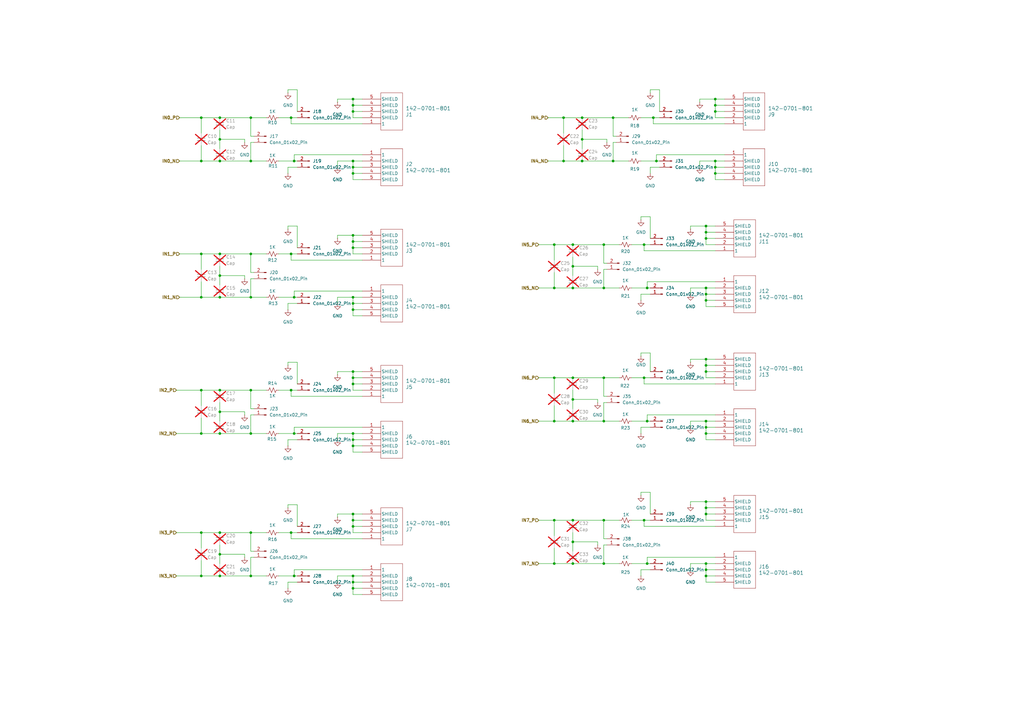
<source format=kicad_sch>
(kicad_sch (version 20250114) (generator "eeschema") (generator_version "9.0")
  (paper "A3")
  (junction (at 238.76 48.26))
  (junction (at 227.33 118.11))
  (junction (at 119.38 218.44))
  (junction (at 289.56 123.19))
  (junction (at 90.17 66.04))
  (junction (at 144.78 45.72))
  (junction (at 289.56 233.68))
  (junction (at 144.78 241.3))
  (junction (at 289.56 177.8))
  (junction (at 293.37 71.12))
  (junction (at 144.78 68.58))
  (junction (at 234.95 118.11))
  (junction (at 289.56 92.71))
  (junction (at 144.78 215.9))
  (junction (at 90.17 113.03))
  (junction (at 234.95 213.36))
  (junction (at 289.56 95.25))
  (junction (at 144.78 213.36))
  (junction (at 90.17 57.15))
  (junction (at 264.16 154.94))
  (junction (at 289.56 152.4))
  (junction (at 102.87 48.26))
  (junction (at 102.87 121.92))
  (junction (at 289.56 210.82))
  (junction (at 102.87 160.02))
  (junction (at 269.24 66.04))
  (junction (at 144.78 40.64))
  (junction (at 234.95 172.72))
  (junction (at 144.78 157.48))
  (junction (at 90.17 218.44))
  (junction (at 289.56 231.14))
  (junction (at 289.56 97.79))
  (junction (at 227.33 231.14))
  (junction (at 231.14 66.04))
  (junction (at 289.56 205.74))
  (junction (at 144.78 180.34))
  (junction (at 90.17 48.26))
  (junction (at 289.56 118.11))
  (junction (at 144.78 127))
  (junction (at 227.33 100.33))
  (junction (at 102.87 177.8))
  (junction (at 234.95 109.22))
  (junction (at 144.78 236.22))
  (junction (at 247.65 231.14))
  (junction (at 102.87 236.22))
  (junction (at 293.37 66.04))
  (junction (at 144.78 99.06))
  (junction (at 144.78 177.8))
  (junction (at 247.65 100.33))
  (junction (at 293.37 45.72))
  (junction (at 267.97 48.26))
  (junction (at 90.17 227.33))
  (junction (at 234.95 222.25))
  (junction (at 144.78 43.18))
  (junction (at 144.78 154.94))
  (junction (at 144.78 238.76))
  (junction (at 119.38 104.14))
  (junction (at 144.78 71.12))
  (junction (at 264.16 213.36))
  (junction (at 82.55 121.92))
  (junction (at 234.95 154.94))
  (junction (at 82.55 218.44))
  (junction (at 144.78 210.82))
  (junction (at 82.55 66.04))
  (junction (at 231.14 48.26))
  (junction (at 234.95 100.33))
  (junction (at 265.43 118.11))
  (junction (at 293.37 68.58))
  (junction (at 289.56 175.26))
  (junction (at 289.56 149.86))
  (junction (at 289.56 208.28))
  (junction (at 102.87 104.14))
  (junction (at 238.76 57.15))
  (junction (at 227.33 154.94))
  (junction (at 119.38 48.26))
  (junction (at 102.87 218.44))
  (junction (at 264.16 100.33))
  (junction (at 102.87 66.04))
  (junction (at 238.76 66.04))
  (junction (at 227.33 172.72))
  (junction (at 247.65 213.36))
  (junction (at 120.65 236.22))
  (junction (at 90.17 168.91))
  (junction (at 293.37 43.18))
  (junction (at 251.46 66.04))
  (junction (at 82.55 160.02))
  (junction (at 90.17 236.22))
  (junction (at 289.56 147.32))
  (junction (at 144.78 182.88))
  (junction (at 82.55 236.22))
  (junction (at 265.43 231.14))
  (junction (at 144.78 96.52))
  (junction (at 82.55 177.8))
  (junction (at 247.65 118.11))
  (junction (at 265.43 172.72))
  (junction (at 120.65 121.92))
  (junction (at 251.46 48.26))
  (junction (at 120.65 177.8))
  (junction (at 289.56 172.72))
  (junction (at 247.65 154.94))
  (junction (at 119.38 160.02))
  (junction (at 247.65 172.72))
  (junction (at 293.37 40.64))
  (junction (at 144.78 66.04))
  (junction (at 90.17 177.8))
  (junction (at 120.65 66.04))
  (junction (at 289.56 120.65))
  (junction (at 90.17 121.92))
  (junction (at 90.17 160.02))
  (junction (at 227.33 213.36))
  (junction (at 90.17 104.14))
  (junction (at 289.56 236.22))
  (junction (at 82.55 104.14))
  (junction (at 144.78 121.92))
  (junction (at 234.95 163.83))
  (junction (at 144.78 101.6))
  (junction (at 144.78 124.46))
  (junction (at 144.78 152.4))
  (junction (at 82.55 48.26))
  (junction (at 234.95 231.14))
  (wire (pts (xy 259.08 118.11) (xy 265.43 118.11)))
  (wire (pts (xy 220.98 231.14) (xy 227.33 231.14)))
  (wire (pts (xy 248.92 165.1) (xy 247.65 165.1)))
  (wire (pts (xy 102.87 236.22) (xy 109.22 236.22)))
  (wire (pts (xy 293.37 228.6) (xy 265.43 228.6)))
  (wire (pts (xy 119.38 220.98) (xy 148.59 220.98)))
  (wire (pts (xy 231.14 48.26) (xy 231.14 54.61)))
  (wire (pts (xy 121.92 148.59) (xy 118.11 148.59)))
  (wire (pts (xy 283.21 231.14) (xy 283.21 233.68)))
  (wire (pts (xy 144.78 213.36) (xy 148.59 213.36)))
  (wire (pts (xy 120.65 233.68) (xy 120.65 236.22)))
  (wire (pts (xy 148.59 175.26) (xy 120.65 175.26)))
  (wire (pts (xy 283.21 118.11) (xy 283.21 120.65)))
  (wire (pts (xy 262.89 175.26) (xy 262.89 177.8)))
  (wire (pts (xy 148.59 104.14) (xy 144.78 104.14)))
  (wire (pts (xy 252.73 55.88) (xy 251.46 55.88)))
  (wire (pts (xy 144.78 238.76) (xy 144.78 241.3)))
  (wire (pts (xy 234.95 109.22) (xy 234.95 113.03)))
  (wire (pts (xy 227.33 100.33) (xy 227.33 106.68)))
  (wire (pts (xy 234.95 105.41) (xy 234.95 109.22)))
  (wire (pts (xy 270.51 45.72) (xy 270.51 36.83)))
  (wire (pts (xy 283.21 172.72) (xy 283.21 175.26)))
  (wire (pts (xy 144.78 177.8) (xy 144.78 180.34)))
  (wire (pts (xy 245.11 109.22) (xy 245.11 110.49)))
  (wire (pts (xy 293.37 66.04) (xy 287.02 66.04)))
  (wire (pts (xy 90.17 227.33) (xy 100.33 227.33)))
  (wire (pts (xy 234.95 109.22) (xy 245.11 109.22)))
  (wire (pts (xy 104.14 55.88) (xy 102.87 55.88)))
  (wire (pts (xy 289.56 233.68) (xy 289.56 236.22)))
  (wire (pts (xy 266.7 175.26) (xy 262.89 175.26)))
  (wire (pts (xy 144.78 43.18) (xy 148.59 43.18)))
  (wire (pts (xy 90.17 66.04) (xy 102.87 66.04)))
  (wire (pts (xy 144.78 68.58) (xy 148.59 68.58)))
  (wire (pts (xy 100.33 168.91) (xy 100.33 170.18)))
  (wire (pts (xy 102.87 167.64) (xy 102.87 160.02)))
  (wire (pts (xy 262.89 66.04) (xy 269.24 66.04)))
  (wire (pts (xy 269.24 66.04) (xy 270.51 66.04)))
  (wire (pts (xy 234.95 154.94) (xy 247.65 154.94)))
  (wire (pts (xy 102.87 170.18) (xy 102.87 177.8)))
  (wire (pts (xy 289.56 236.22) (xy 289.56 238.76)))
  (wire (pts (xy 144.78 215.9) (xy 144.78 213.36)))
  (wire (pts (xy 264.16 157.48) (xy 264.16 154.94)))
  (wire (pts (xy 287.02 41.91) (xy 287.02 40.64)))
  (wire (pts (xy 90.17 218.44) (xy 102.87 218.44)))
  (wire (pts (xy 104.14 111.76) (xy 102.87 111.76)))
  (wire (pts (xy 220.98 100.33) (xy 227.33 100.33)))
  (wire (pts (xy 102.87 177.8) (xy 109.22 177.8)))
  (wire (pts (xy 82.55 236.22) (xy 90.17 236.22)))
  (wire (pts (xy 82.55 66.04) (xy 90.17 66.04)))
  (wire (pts (xy 289.56 172.72) (xy 289.56 175.26)))
  (wire (pts (xy 293.37 68.58) (xy 293.37 71.12)))
  (wire (pts (xy 138.43 210.82) (xy 144.78 210.82)))
  (wire (pts (xy 297.18 48.26) (xy 293.37 48.26)))
  (wire (pts (xy 119.38 48.26) (xy 121.92 48.26)))
  (wire (pts (xy 247.65 223.52) (xy 247.65 231.14)))
  (wire (pts (xy 247.65 172.72) (xy 254 172.72)))
  (wire (pts (xy 118.11 180.34) (xy 118.11 182.88)))
  (wire (pts (xy 234.95 163.83) (xy 234.95 167.64)))
  (wire (pts (xy 289.56 97.79) (xy 293.37 97.79)))
  (wire (pts (xy 289.56 120.65) (xy 293.37 120.65)))
  (wire (pts (xy 270.51 68.58) (xy 266.7 68.58)))
  (wire (pts (xy 293.37 45.72) (xy 293.37 43.18)))
  (wire (pts (xy 220.98 154.94) (xy 227.33 154.94)))
  (wire (pts (xy 264.16 100.33) (xy 266.7 100.33)))
  (wire (pts (xy 248.92 223.52) (xy 247.65 223.52)))
  (wire (pts (xy 121.92 92.71) (xy 118.11 92.71)))
  (wire (pts (xy 248.92 110.49) (xy 247.65 110.49)))
  (wire (pts (xy 148.59 119.38) (xy 120.65 119.38)))
  (wire (pts (xy 265.43 231.14) (xy 266.7 231.14)))
  (wire (pts (xy 293.37 43.18) (xy 293.37 40.64)))
  (wire (pts (xy 289.56 180.34) (xy 293.37 180.34)))
  (wire (pts (xy 82.55 160.02) (xy 82.55 166.37)))
  (wire (pts (xy 148.59 233.68) (xy 120.65 233.68)))
  (wire (pts (xy 247.65 118.11) (xy 254 118.11)))
  (wire (pts (xy 90.17 177.8) (xy 102.87 177.8)))
  (wire (pts (xy 259.08 154.94) (xy 264.16 154.94)))
  (wire (pts (xy 114.3 66.04) (xy 120.65 66.04)))
  (wire (pts (xy 144.78 124.46) (xy 148.59 124.46)))
  (wire (pts (xy 264.16 102.87) (xy 264.16 100.33)))
  (wire (pts (xy 227.33 111.76) (xy 227.33 118.11)))
  (wire (pts (xy 102.87 58.42) (xy 102.87 66.04)))
  (wire (pts (xy 144.78 71.12) (xy 148.59 71.12)))
  (wire (pts (xy 114.3 236.22) (xy 120.65 236.22)))
  (wire (pts (xy 289.56 177.8) (xy 293.37 177.8)))
  (wire (pts (xy 120.65 236.22) (xy 121.92 236.22)))
  (wire (pts (xy 144.78 129.54) (xy 148.59 129.54)))
  (wire (pts (xy 102.87 121.92) (xy 109.22 121.92)))
  (wire (pts (xy 266.7 68.58) (xy 266.7 71.12)))
  (wire (pts (xy 114.3 218.44) (xy 119.38 218.44)))
  (wire (pts (xy 289.56 236.22) (xy 293.37 236.22)))
  (wire (pts (xy 289.56 123.19) (xy 293.37 123.19)))
  (wire (pts (xy 144.78 121.92) (xy 144.78 124.46)))
  (wire (pts (xy 90.17 113.03) (xy 100.33 113.03)))
  (wire (pts (xy 102.87 114.3) (xy 102.87 121.92)))
  (wire (pts (xy 231.14 48.26) (xy 238.76 48.26)))
  (wire (pts (xy 148.59 160.02) (xy 144.78 160.02)))
  (wire (pts (xy 251.46 48.26) (xy 257.81 48.26)))
  (wire (pts (xy 90.17 160.02) (xy 102.87 160.02)))
  (wire (pts (xy 289.56 175.26) (xy 289.56 177.8)))
  (wire (pts (xy 293.37 118.11) (xy 289.56 118.11)))
  (wire (pts (xy 293.37 154.94) (xy 289.56 154.94)))
  (wire (pts (xy 138.43 41.91) (xy 138.43 40.64)))
  (wire (pts (xy 90.17 57.15) (xy 90.17 60.96)))
  (wire (pts (xy 245.11 163.83) (xy 245.11 165.1)))
  (wire (pts (xy 289.56 210.82) (xy 289.56 208.28)))
  (wire (pts (xy 90.17 57.15) (xy 100.33 57.15)))
  (wire (pts (xy 118.11 148.59) (xy 118.11 149.86)))
  (wire (pts (xy 120.65 177.8) (xy 121.92 177.8)))
  (wire (pts (xy 266.7 36.83) (xy 266.7 38.1)))
  (wire (pts (xy 293.37 170.18) (xy 265.43 170.18)))
  (wire (pts (xy 118.11 238.76) (xy 118.11 241.3)))
  (wire (pts (xy 248.92 220.98) (xy 247.65 220.98)))
  (wire (pts (xy 120.65 175.26) (xy 120.65 177.8)))
  (wire (pts (xy 119.38 162.56) (xy 119.38 160.02)))
  (wire (pts (xy 82.55 115.57) (xy 82.55 121.92)))
  (wire (pts (xy 144.78 182.88) (xy 144.78 185.42)))
  (wire (pts (xy 227.33 224.79) (xy 227.33 231.14)))
  (wire (pts (xy 289.56 172.72) (xy 283.21 172.72)))
  (wire (pts (xy 289.56 95.25) (xy 289.56 92.71)))
  (wire (pts (xy 144.78 45.72) (xy 144.78 43.18)))
  (wire (pts (xy 264.16 215.9) (xy 293.37 215.9)))
  (wire (pts (xy 82.55 48.26) (xy 82.55 54.61)))
  (wire (pts (xy 144.78 157.48) (xy 144.78 154.94)))
  (wire (pts (xy 144.78 121.92) (xy 138.43 121.92)))
  (wire (pts (xy 90.17 113.03) (xy 90.17 116.84)))
  (wire (pts (xy 262.89 144.78) (xy 262.89 146.05)))
  (wire (pts (xy 238.76 48.26) (xy 251.46 48.26)))
  (wire (pts (xy 269.24 63.5) (xy 269.24 66.04)))
  (wire (pts (xy 144.78 45.72) (xy 148.59 45.72)))
  (wire (pts (xy 104.14 58.42) (xy 102.87 58.42)))
  (wire (pts (xy 119.38 106.68) (xy 148.59 106.68)))
  (wire (pts (xy 245.11 222.25) (xy 245.11 223.52)))
  (wire (pts (xy 144.78 182.88) (xy 148.59 182.88)))
  (wire (pts (xy 227.33 213.36) (xy 234.95 213.36)))
  (wire (pts (xy 82.55 104.14) (xy 82.55 110.49)))
  (wire (pts (xy 234.95 222.25) (xy 245.11 222.25)))
  (wire (pts (xy 144.78 104.14) (xy 144.78 101.6)))
  (wire (pts (xy 144.78 127) (xy 148.59 127)))
  (wire (pts (xy 259.08 213.36) (xy 264.16 213.36)))
  (wire (pts (xy 247.65 165.1) (xy 247.65 172.72)))
  (wire (pts (xy 119.38 162.56) (xy 148.59 162.56)))
  (wire (pts (xy 289.56 147.32) (xy 293.37 147.32)))
  (wire (pts (xy 264.16 213.36) (xy 266.7 213.36)))
  (wire (pts (xy 234.95 213.36) (xy 247.65 213.36)))
  (wire (pts (xy 289.56 175.26) (xy 293.37 175.26)))
  (wire (pts (xy 144.78 241.3) (xy 148.59 241.3)))
  (wire (pts (xy 227.33 118.11) (xy 234.95 118.11)))
  (wire (pts (xy 90.17 104.14) (xy 102.87 104.14)))
  (wire (pts (xy 138.43 236.22) (xy 138.43 238.76)))
  (wire (pts (xy 234.95 118.11) (xy 247.65 118.11)))
  (wire (pts (xy 289.56 149.86) (xy 293.37 149.86)))
  (wire (pts (xy 289.56 154.94) (xy 289.56 152.4)))
  (wire (pts (xy 289.56 238.76) (xy 293.37 238.76)))
  (wire (pts (xy 102.87 226.06) (xy 102.87 218.44)))
  (wire (pts (xy 234.95 172.72) (xy 247.65 172.72)))
  (wire (pts (xy 293.37 43.18) (xy 297.18 43.18)))
  (wire (pts (xy 82.55 48.26) (xy 90.17 48.26)))
  (wire (pts (xy 102.87 55.88) (xy 102.87 48.26)))
  (wire (pts (xy 289.56 123.19) (xy 289.56 125.73)))
  (wire (pts (xy 144.78 236.22) (xy 144.78 238.76)))
  (wire (pts (xy 102.87 48.26) (xy 109.22 48.26)))
  (wire (pts (xy 82.55 218.44) (xy 90.17 218.44)))
  (wire (pts (xy 289.56 149.86) (xy 289.56 147.32)))
  (wire (pts (xy 252.73 58.42) (xy 251.46 58.42)))
  (wire (pts (xy 121.92 36.83) (xy 118.11 36.83)))
  (wire (pts (xy 144.78 43.18) (xy 144.78 40.64)))
  (wire (pts (xy 144.78 68.58) (xy 144.78 71.12)))
  (wire (pts (xy 238.76 57.15) (xy 238.76 60.96)))
  (wire (pts (xy 267.97 50.8) (xy 297.18 50.8)))
  (wire (pts (xy 289.56 233.68) (xy 293.37 233.68)))
  (wire (pts (xy 267.97 48.26) (xy 270.51 48.26)))
  (wire (pts (xy 262.89 233.68) (xy 262.89 236.22)))
  (wire (pts (xy 247.65 213.36) (xy 254 213.36)))
  (wire (pts (xy 121.92 157.48) (xy 121.92 148.59)))
  (wire (pts (xy 119.38 106.68) (xy 119.38 104.14)))
  (wire (pts (xy 90.17 223.52) (xy 90.17 227.33)))
  (wire (pts (xy 144.78 152.4) (xy 148.59 152.4)))
  (wire (pts (xy 82.55 59.69) (xy 82.55 66.04)))
  (wire (pts (xy 234.95 163.83) (xy 245.11 163.83)))
  (wire (pts (xy 104.14 167.64) (xy 102.87 167.64)))
  (wire (pts (xy 144.78 238.76) (xy 148.59 238.76)))
  (wire (pts (xy 289.56 152.4) (xy 289.56 149.86)))
  (wire (pts (xy 289.56 125.73) (xy 293.37 125.73)))
  (wire (pts (xy 293.37 68.58) (xy 297.18 68.58)))
  (wire (pts (xy 238.76 66.04) (xy 251.46 66.04)))
  (wire (pts (xy 289.56 118.11) (xy 289.56 120.65)))
  (wire (pts (xy 262.89 120.65) (xy 262.89 123.19)))
  (wire (pts (xy 265.43 170.18) (xy 265.43 172.72)))
  (wire (pts (xy 114.3 104.14) (xy 119.38 104.14)))
  (wire (pts (xy 104.14 226.06) (xy 102.87 226.06)))
  (wire (pts (xy 120.65 63.5) (xy 120.65 66.04)))
  (wire (pts (xy 119.38 218.44) (xy 121.92 218.44)))
  (wire (pts (xy 118.11 207.01) (xy 118.11 208.28)))
  (wire (pts (xy 72.39 236.22) (xy 82.55 236.22)))
  (wire (pts (xy 102.87 228.6) (xy 102.87 236.22)))
  (wire (pts (xy 283.21 207.01) (xy 283.21 205.74)))
  (wire (pts (xy 102.87 218.44) (xy 109.22 218.44)))
  (wire (pts (xy 144.78 177.8) (xy 138.43 177.8)))
  (wire (pts (xy 289.56 231.14) (xy 289.56 233.68)))
  (wire (pts (xy 266.7 88.9) (xy 262.89 88.9)))
  (wire (pts (xy 82.55 229.87) (xy 82.55 236.22)))
  (wire (pts (xy 264.16 215.9) (xy 264.16 213.36)))
  (wire (pts (xy 100.33 227.33) (xy 100.33 228.6)))
  (wire (pts (xy 283.21 92.71) (xy 289.56 92.71)))
  (wire (pts (xy 82.55 177.8) (xy 90.17 177.8)))
  (wire (pts (xy 293.37 71.12) (xy 293.37 73.66)))
  (wire (pts (xy 231.14 66.04) (xy 238.76 66.04)))
  (wire (pts (xy 148.59 66.04) (xy 144.78 66.04)))
  (wire (pts (xy 293.37 100.33) (xy 289.56 100.33)))
  (wire (pts (xy 266.7 201.93) (xy 262.89 201.93)))
  (wire (pts (xy 270.51 36.83) (xy 266.7 36.83)))
  (wire (pts (xy 266.7 233.68) (xy 262.89 233.68)))
  (wire (pts (xy 138.43 96.52) (xy 144.78 96.52)))
  (wire (pts (xy 227.33 231.14) (xy 234.95 231.14)))
  (wire (pts (xy 293.37 73.66) (xy 297.18 73.66)))
  (wire (pts (xy 248.92 162.56) (xy 247.65 162.56)))
  (wire (pts (xy 289.56 100.33) (xy 289.56 97.79)))
  (wire (pts (xy 227.33 100.33) (xy 234.95 100.33)))
  (wire (pts (xy 120.65 66.04) (xy 121.92 66.04)))
  (wire (pts (xy 289.56 120.65) (xy 289.56 123.19)))
  (wire (pts (xy 144.78 66.04) (xy 144.78 68.58)))
  (wire (pts (xy 267.97 50.8) (xy 267.97 48.26)))
  (wire (pts (xy 138.43 152.4) (xy 144.78 152.4)))
  (wire (pts (xy 144.78 101.6) (xy 144.78 99.06)))
  (wire (pts (xy 90.17 236.22) (xy 102.87 236.22)))
  (wire (pts (xy 138.43 97.79) (xy 138.43 96.52)))
  (wire (pts (xy 293.37 213.36) (xy 289.56 213.36)))
  (wire (pts (xy 138.43 121.92) (xy 138.43 124.46)))
  (wire (pts (xy 90.17 109.22) (xy 90.17 113.03)))
  (wire (pts (xy 144.78 210.82) (xy 148.59 210.82)))
  (wire (pts (xy 266.7 152.4) (xy 266.7 144.78)))
  (wire (pts (xy 262.89 201.93) (xy 262.89 203.2)))
  (wire (pts (xy 138.43 66.04) (xy 138.43 68.58)))
  (wire (pts (xy 82.55 121.92) (xy 90.17 121.92)))
  (wire (pts (xy 144.78 213.36) (xy 144.78 210.82)))
  (wire (pts (xy 251.46 66.04) (xy 257.81 66.04)))
  (wire (pts (xy 82.55 160.02) (xy 90.17 160.02)))
  (wire (pts (xy 73.66 104.14) (xy 82.55 104.14)))
  (wire (pts (xy 114.3 160.02) (xy 119.38 160.02)))
  (wire (pts (xy 72.39 177.8) (xy 82.55 177.8)))
  (wire (pts (xy 118.11 92.71) (xy 118.11 93.98)))
  (wire (pts (xy 247.65 231.14) (xy 254 231.14)))
  (wire (pts (xy 234.95 222.25) (xy 234.95 226.06)))
  (wire (pts (xy 104.14 170.18) (xy 102.87 170.18)))
  (wire (pts (xy 227.33 166.37) (xy 227.33 172.72)))
  (wire (pts (xy 283.21 147.32) (xy 289.56 147.32)))
  (wire (pts (xy 293.37 231.14) (xy 289.56 231.14)))
  (wire (pts (xy 73.66 121.92) (xy 82.55 121.92)))
  (wire (pts (xy 234.95 231.14) (xy 247.65 231.14)))
  (wire (pts (xy 259.08 231.14) (xy 265.43 231.14)))
  (wire (pts (xy 297.18 66.04) (xy 293.37 66.04)))
  (wire (pts (xy 90.17 168.91) (xy 90.17 172.72)))
  (wire (pts (xy 248.92 107.95) (xy 247.65 107.95)))
  (wire (pts (xy 90.17 165.1) (xy 90.17 168.91)))
  (wire (pts (xy 231.14 59.69) (xy 231.14 66.04)))
  (wire (pts (xy 238.76 57.15) (xy 248.92 57.15)))
  (wire (pts (xy 266.7 97.79) (xy 266.7 88.9)))
  (wire (pts (xy 266.7 210.82) (xy 266.7 201.93)))
  (wire (pts (xy 289.56 208.28) (xy 289.56 205.74)))
  (wire (pts (xy 297.18 63.5) (xy 269.24 63.5)))
  (wire (pts (xy 289.56 231.14) (xy 283.21 231.14)))
  (wire (pts (xy 148.59 236.22) (xy 144.78 236.22)))
  (wire (pts (xy 289.56 95.25) (xy 293.37 95.25)))
  (wire (pts (xy 119.38 104.14) (xy 121.92 104.14)))
  (wire (pts (xy 73.66 48.26) (xy 82.55 48.26)))
  (wire (pts (xy 251.46 58.42) (xy 251.46 66.04)))
  (wire (pts (xy 144.78 180.34) (xy 144.78 182.88)))
  (wire (pts (xy 144.78 215.9) (xy 148.59 215.9)))
  (wire (pts (xy 119.38 220.98) (xy 119.38 218.44)))
  (wire (pts (xy 102.87 66.04) (xy 109.22 66.04)))
  (wire (pts (xy 144.78 101.6) (xy 148.59 101.6)))
  (wire (pts (xy 144.78 99.06) (xy 148.59 99.06)))
  (wire (pts (xy 234.95 100.33) (xy 247.65 100.33)))
  (wire (pts (xy 138.43 40.64) (xy 144.78 40.64)))
  (wire (pts (xy 121.92 68.58) (xy 118.11 68.58)))
  (wire (pts (xy 144.78 236.22) (xy 138.43 236.22)))
  (wire (pts (xy 259.08 100.33) (xy 264.16 100.33)))
  (wire (pts (xy 118.11 36.83) (xy 118.11 38.1)))
  (wire (pts (xy 289.56 177.8) (xy 289.56 180.34)))
  (wire (pts (xy 104.14 114.3) (xy 102.87 114.3)))
  (wire (pts (xy 283.21 205.74) (xy 289.56 205.74)))
  (wire (pts (xy 293.37 115.57) (xy 265.43 115.57)))
  (wire (pts (xy 262.89 48.26) (xy 267.97 48.26)))
  (wire (pts (xy 121.92 215.9) (xy 121.92 207.01)))
  (wire (pts (xy 287.02 66.04) (xy 287.02 68.58)))
  (wire (pts (xy 227.33 213.36) (xy 227.33 219.71)))
  (wire (pts (xy 144.78 154.94) (xy 148.59 154.94)))
  (wire (pts (xy 293.37 40.64) (xy 297.18 40.64)))
  (wire (pts (xy 90.17 53.34) (xy 90.17 57.15)))
  (wire (pts (xy 247.65 107.95) (xy 247.65 100.33)))
  (wire (pts (xy 220.98 118.11) (xy 227.33 118.11)))
  (wire (pts (xy 265.43 118.11) (xy 266.7 118.11)))
  (wire (pts (xy 247.65 154.94) (xy 254 154.94)))
  (wire (pts (xy 144.78 127) (xy 144.78 129.54)))
  (wire (pts (xy 144.78 243.84) (xy 148.59 243.84)))
  (wire (pts (xy 224.79 48.26) (xy 231.14 48.26)))
  (wire (pts (xy 138.43 212.09) (xy 138.43 210.82)))
  (wire (pts (xy 264.16 154.94) (xy 266.7 154.94)))
  (wire (pts (xy 102.87 104.14) (xy 109.22 104.14)))
  (wire (pts (xy 90.17 168.91) (xy 100.33 168.91)))
  (wire (pts (xy 148.59 218.44) (xy 144.78 218.44)))
  (wire (pts (xy 121.92 207.01) (xy 118.11 207.01)))
  (wire (pts (xy 248.92 57.15) (xy 248.92 58.42)))
  (wire (pts (xy 220.98 172.72) (xy 227.33 172.72)))
  (wire (pts (xy 293.37 45.72) (xy 297.18 45.72)))
  (wire (pts (xy 72.39 160.02) (xy 82.55 160.02)))
  (wire (pts (xy 144.78 160.02) (xy 144.78 157.48)))
  (wire (pts (xy 73.66 66.04) (xy 82.55 66.04)))
  (wire (pts (xy 138.43 153.67) (xy 138.43 152.4)))
  (wire (pts (xy 90.17 227.33) (xy 90.17 231.14)))
  (wire (pts (xy 121.92 124.46) (xy 118.11 124.46)))
  (wire (pts (xy 144.78 99.06) (xy 144.78 96.52)))
  (wire (pts (xy 283.21 93.98) (xy 283.21 92.71)))
  (wire (pts (xy 144.78 71.12) (xy 144.78 73.66)))
  (wire (pts (xy 265.43 172.72) (xy 266.7 172.72)))
  (wire (pts (xy 144.78 124.46) (xy 144.78 127)))
  (wire (pts (xy 138.43 177.8) (xy 138.43 180.34)))
  (wire (pts (xy 118.11 68.58) (xy 118.11 71.12)))
  (wire (pts (xy 265.43 228.6) (xy 265.43 231.14)))
  (wire (pts (xy 227.33 154.94) (xy 234.95 154.94)))
  (wire (pts (xy 287.02 40.64) (xy 293.37 40.64)))
  (wire (pts (xy 121.92 180.34) (xy 118.11 180.34)))
  (wire (pts (xy 114.3 48.26) (xy 119.38 48.26)))
  (wire (pts (xy 289.56 205.74) (xy 293.37 205.74)))
  (wire (pts (xy 114.3 121.92) (xy 120.65 121.92)))
  (wire (pts (xy 283.21 148.59) (xy 283.21 147.32)))
  (wire (pts (xy 289.56 213.36) (xy 289.56 210.82)))
  (wire (pts (xy 102.87 111.76) (xy 102.87 104.14)))
  (wire (pts (xy 289.56 152.4) (xy 293.37 152.4)))
  (wire (pts (xy 100.33 57.15) (xy 100.33 58.42)))
  (wire (pts (xy 247.65 100.33) (xy 254 100.33)))
  (wire (pts (xy 120.65 121.92) (xy 121.92 121.92)))
  (wire (pts (xy 121.92 101.6) (xy 121.92 92.71)))
  (wire (pts (xy 234.95 160.02) (xy 234.95 163.83)))
  (wire (pts (xy 90.17 48.26) (xy 102.87 48.26)))
  (wire (pts (xy 144.78 185.42) (xy 148.59 185.42)))
  (wire (pts (xy 293.37 71.12) (xy 297.18 71.12)))
  (wire (pts (xy 264.16 102.87) (xy 293.37 102.87)))
  (wire (pts (xy 121.92 238.76) (xy 118.11 238.76)))
  (wire (pts (xy 144.78 96.52) (xy 148.59 96.52)))
  (wire (pts (xy 119.38 50.8) (xy 148.59 50.8)))
  (wire (pts (xy 289.56 97.79) (xy 289.56 95.25)))
  (wire (pts (xy 227.33 172.72) (xy 234.95 172.72)))
  (wire (pts (xy 144.78 241.3) (xy 144.78 243.84)))
  (wire (pts (xy 264.16 157.48) (xy 293.37 157.48)))
  (wire (pts (xy 104.14 228.6) (xy 102.87 228.6)))
  (wire (pts (xy 262.89 88.9) (xy 262.89 90.17)))
  (wire (pts (xy 144.78 48.26) (xy 144.78 45.72)))
  (wire (pts (xy 293.37 66.04) (xy 293.37 68.58)))
  (wire (pts (xy 289.56 118.11) (xy 283.21 118.11)))
  (wire (pts (xy 144.78 40.64) (xy 148.59 40.64)))
  (wire (pts (xy 72.39 218.44) (xy 82.55 218.44)))
  (wire (pts (xy 224.79 66.04) (xy 231.14 66.04)))
  (wire (pts (xy 100.33 113.03) (xy 100.33 114.3)))
  (wire (pts (xy 148.59 121.92) (xy 144.78 121.92)))
  (wire (pts (xy 90.17 121.92) (xy 102.87 121.92)))
  (wire (pts (xy 102.87 160.02) (xy 109.22 160.02)))
  (wire (pts (xy 251.46 55.88) (xy 251.46 48.26)))
  (wire (pts (xy 247.65 220.98) (xy 247.65 213.36)))
  (wire (pts (xy 144.78 154.94) (xy 144.78 152.4)))
  (wire (pts (xy 265.43 115.57) (xy 265.43 118.11)))
  (wire (pts (xy 247.65 162.56) (xy 247.65 154.94)))
  (wire (pts (xy 82.55 104.14) (xy 90.17 104.14)))
  (wire (pts (xy 144.78 180.34) (xy 148.59 180.34)))
  (wire (pts (xy 266.7 120.65) (xy 262.89 120.65)))
  (wire (pts (xy 148.59 48.26) (xy 144.78 48.26)))
  (wire (pts (xy 114.3 177.8) (xy 120.65 177.8)))
  (wire (pts (xy 144.78 157.48) (xy 148.59 157.48)))
  (wire (pts (xy 293.37 172.72) (xy 289.56 172.72)))
  (wire (pts (xy 289.56 210.82) (xy 293.37 210.82)))
  (wire (pts (xy 293.37 48.26) (xy 293.37 45.72)))
  (wire (pts (xy 289.56 92.71) (xy 293.37 92.71)))
  (wire (pts (xy 121.92 45.72) (xy 121.92 36.83)))
  (wire (pts (xy 289.56 208.28) (xy 293.37 208.28)))
  (wire (pts (xy 259.08 172.72) (xy 265.43 172.72)))
  (wire (pts (xy 118.11 124.46) (xy 118.11 127)))
  (wire (pts (xy 266.7 144.78) (xy 262.89 144.78)))
  (wire (pts (xy 120.65 119.38) (xy 120.65 121.92)))
  (wire (pts (xy 148.59 63.5) (xy 120.65 63.5)))
  (wire (pts (xy 220.98 213.36) (xy 227.33 213.36)))
  (wire (pts (xy 144.78 66.04) (xy 138.43 66.04)))
  (wire (pts (xy 148.59 177.8) (xy 144.78 177.8)))
  (wire (pts (xy 119.38 160.02) (xy 121.92 160.02)))
  (wire (pts (xy 234.95 218.44) (xy 234.95 222.25)))
  (wire (pts (xy 144.78 73.66) (xy 148.59 73.66)))
  (wire (pts (xy 119.38 50.8) (xy 119.38 48.26)))
  (wire (pts (xy 238.76 53.34) (xy 238.76 57.15)))
  (wire (pts (xy 144.78 218.44) (xy 144.78 215.9)))
  (wire (pts (xy 82.55 218.44) (xy 82.55 224.79)))
  (wire (pts (xy 227.33 154.94) (xy 227.33 161.29)))
  (wire (pts (xy 247.65 110.49) (xy 247.65 118.11)))
  (wire (pts (xy 82.55 171.45) (xy 82.55 177.8)))
  (hierarchical_label "IN1_N" (shape input) (at 73.66 121.92 180) (effects (font (thickness 0.254) (bold yes))))
  (hierarchical_label "IN4_N" (shape input) (at 224.79 66.04 180) (effects (font (thickness 0.254) (bold yes))))
  (hierarchical_label "IN5_N" (shape input) (at 220.98 118.11 180) (effects (font (thickness 0.254) (bold yes))))
  (hierarchical_label "IN3_N" (shape input) (at 72.39 236.22 180) (effects (font (thickness 0.254) (bold yes))))
  (hierarchical_label "IN6_N" (shape input) (at 220.98 172.72 180) (effects (font (thickness 0.254) (bold yes))))
  (hierarchical_label "IN3_P" (shape input) (at 72.39 218.44 180) (effects (font (thickness 0.254) (bold yes))))
  (hierarchical_label "IN2_P" (shape input) (at 72.39 160.02 180) (effects (font (thickness 0.254) (bold yes))))
  (hierarchical_label "IN4_P" (shape input) (at 224.79 48.26 180) (effects (font (thickness 0.254) (bold yes))))
  (hierarchical_label "IN7_N" (shape input) (at 220.98 231.14 180) (effects (font (thickness 0.254) (bold yes))))
  (hierarchical_label "IN1_P" (shape input) (at 73.66 104.14 180) (effects (font (thickness 0.254) (bold yes))))
  (hierarchical_label "IN6_P" (shape input) (at 220.98 154.94 180) (effects (font (thickness 0.254) (bold yes))))
  (hierarchical_label "IN0_N" (shape input) (at 73.66 66.04 180) (effects (font (thickness 0.254) (bold yes))))
  (hierarchical_label "IN7_P" (shape input) (at 220.98 213.36 180) (effects (font (thickness 0.254) (bold yes))))
  (hierarchical_label "IN5_P" (shape input) (at 220.98 100.33 180) (effects (font (thickness 0.254) (bold yes))))
  (hierarchical_label "IN0_P" (shape input) (at 73.66 48.26 180) (effects (font (thickness 0.254) (bold yes))))
  (hierarchical_label "IN2_N" (shape input) (at 72.39 177.8 180) (effects (font (thickness 0.254) (bold yes))))
  (symbol (lib_id "power:GND") (at 248.92 58.42 0) (unit 1)
    (property "Reference" "#PWR058" (effects (hide yes)))
    (property "Value" "GND" (at 248.92 63.5 0))
    (property "Description" "Power symbol creates a global label with name \"GND\" , ground" (effects (hide yes)))
  )
  (symbol (lib_id "power:GND") (at 138.43 180.34 0) (unit 1)
    (property "Reference" "#PWR052" (effects (hide yes)))
    (property "Value" "GND" (at 138.43 185.42 0))
    (property "Description" "Power symbol creates a global label with name \"GND\" , ground" (effects (hide yes)))
  )
  (symbol (lib_id "Connector:Conn_01x02_Pin") (at 109.22 170.18 180) (unit 1)
    (property "Reference" "J23" (at 110.49 167.6399 0) (effects (justify right)))
    (property "Value" "Conn_01x02_Pin" (at 110.49 170.1799 0) (effects (justify right)))
    (property "Footprint" "Connector_PinHeader_2.54mm:PinHeader_1x02_P2.54mm_Vertical" (effects (hide yes)))
    (property "Description" "Generic connector, single row, 01x02, script generated" (effects (hide yes)))
  )
  (symbol (lib_id "Device:C_Small") (at 227.33 222.25 0) (unit 1) (dnp yes)
    (property "Reference" "C31" (at 229.87 220.9862 0) (effects (justify left)))
    (property "Value" "Cap" (at 229.87 223.5262 0) (effects (justify left)))
    (property "Footprint" "Capacitor_SMD:C_0603_1608Metric" (effects (hide yes)))
    (property "Description" "Unpolarized capacitor, small symbol" (effects (hide yes)))
  )
  (symbol (lib_id "power:GND") (at 118.11 241.3 0) (unit 1)
    (property "Reference" "#PWR055" (effects (hide yes)))
    (property "Value" "GND" (at 118.11 246.38 0))
    (property "Description" "Power symbol creates a global label with name \"GND\" , ground" (effects (hide yes)))
  )
  (symbol (lib_id "Con_SMA_1:142-0701-801") (at 148.59 162.56 0) (mirror x) (unit 1)
    (property "Reference" "J5" (at 166.37 158.7501 0) (effects (font (size 1.524 1.524)) (justify left)))
    (property "Value" "142-0701-801" (at 166.37 156.2101 0) (effects (font (size 1.524 1.524)) (justify left)))
    (property "Footprint" "Con_SMA_1:CONN_142-0701-801" (effects (hide yes)))
    (property "Datasheet" "142-0701-801" (effects (hide yes)))
  )
  (symbol (lib_id "power:GND") (at 287.02 41.91 0) (unit 1)
    (property "Reference" "#PWR061" (effects (hide yes)))
    (property "Value" "GND" (at 287.02 46.99 0))
    (property "Description" "Power symbol creates a global label with name \"GND\" , ground" (effects (hide yes)))
  )
  (symbol (lib_id "Connector:Conn_01x02_Pin") (at 127 104.14 180) (unit 1)
    (property "Reference" "J21" (at 128.27 101.5999 0) (effects (justify right)))
    (property "Value" "Conn_01x02_Pin" (at 128.27 104.1399 0) (effects (justify right)))
    (property "Footprint" "Connector_PinHeader_2.54mm:PinHeader_1x02_P2.54mm_Vertical" (effects (hide yes)))
    (property "Description" "Generic connector, single row, 01x02, script generated" (effects (hide yes)))
  )
  (symbol (lib_id "power:GND") (at 262.89 90.17 0) (unit 1)
    (property "Reference" "#PWR064" (effects (hide yes)))
    (property "Value" "GND" (at 262.89 95.25 0))
    (property "Description" "Power symbol creates a global label with name \"GND\" , ground" (effects (hide yes)))
  )
  (symbol (lib_id "Device:C_Small") (at 90.17 175.26 0) (unit 1) (dnp yes)
    (property "Reference" "C18" (at 92.71 173.9962 0) (effects (justify left)))
    (property "Value" "Cap" (at 92.71 176.5362 0) (effects (justify left)))
    (property "Footprint" "Capacitor_SMD:C_0603_1608Metric" (effects (hide yes)))
    (property "Description" "Unpolarized capacitor, small symbol" (effects (hide yes)))
  )
  (symbol (lib_id "Connector:Conn_01x02_Pin") (at 127 124.46 180) (unit 1)
    (property "Reference" "J22" (at 128.27 121.9199 0) (effects (justify right)))
    (property "Value" "Conn_01x02_Pin" (at 128.27 124.4599 0) (effects (justify right)))
    (property "Footprint" "Connector_PinHeader_2.54mm:PinHeader_1x02_P2.54mm_Vertical" (effects (hide yes)))
    (property "Description" "Generic connector, single row, 01x02, script generated" (effects (hide yes)))
  )
  (symbol (lib_id "Device:C_Small") (at 231.14 57.15 0) (unit 1) (dnp yes)
    (property "Reference" "C22" (at 233.68 55.8862 0) (effects (justify left)))
    (property "Value" "Cap" (at 233.68 58.4262 0) (effects (justify left)))
    (property "Footprint" "Capacitor_SMD:C_0603_1608Metric" (effects (hide yes)))
    (property "Description" "Unpolarized capacitor, small symbol" (effects (hide yes)))
  )
  (symbol (lib_id "Device:R_Small_US") (at 111.76 218.44 90) (unit 1)
    (property "Reference" "R16" (at 111.76 221.234 90))
    (property "Value" "1K" (at 111.76 215.392 90))
    (property "Footprint" "Resistor_SMD:R_0603_1608Metric" (effects (hide yes)))
    (property "Description" "Resistor, small US symbol" (effects (hide yes)))
  )
  (symbol (lib_id "Device:R_Small_US") (at 256.54 118.11 90) (unit 1)
    (property "Reference" "R21" (at 256.54 121.412 90))
    (property "Value" "1K" (at 256.54 115.062 90))
    (property "Footprint" "Resistor_SMD:R_0603_1608Metric" (effects (hide yes)))
    (property "Description" "Resistor, small US symbol" (effects (hide yes)))
  )
  (symbol (lib_id "power:GND") (at 262.89 123.19 0) (unit 1)
    (property "Reference" "#PWR065" (effects (hide yes)))
    (property "Value" "GND" (at 262.89 128.27 0))
    (property "Description" "Power symbol creates a global label with name \"GND\" , ground" (effects (hide yes)))
  )
  (symbol (lib_id "Connector:Conn_01x02_Pin") (at 275.59 48.26 180) (unit 1)
    (property "Reference" "J30" (at 276.86 45.7199 0) (effects (justify right)))
    (property "Value" "Conn_01x02_Pin" (at 276.86 48.2599 0) (effects (justify right)))
    (property "Footprint" "Connector_PinHeader_2.54mm:PinHeader_1x02_P2.54mm_Vertical" (effects (hide yes)))
    (property "Description" "Generic connector, single row, 01x02, script generated" (effects (hide yes)))
  )
  (symbol (lib_id "power:GND") (at 118.11 182.88 0) (unit 1)
    (property "Reference" "#PWR050" (effects (hide yes)))
    (property "Value" "GND" (at 118.11 187.96 0))
    (property "Description" "Power symbol creates a global label with name \"GND\" , ground" (effects (hide yes)))
  )
  (symbol (lib_id "power:GND") (at 283.21 120.65 0) (unit 1)
    (property "Reference" "#PWR067" (effects (hide yes)))
    (property "Value" "GND" (at 283.21 125.73 0))
    (property "Description" "Power symbol creates a global label with name \"GND\" , ground" (effects (hide yes)))
  )
  (symbol (lib_id "Connector:Conn_01x02_Pin") (at 109.22 58.42 180) (unit 1)
    (property "Reference" "J17" (at 110.49 55.8799 0) (effects (justify right)))
    (property "Value" "Conn_01x02_Pin" (at 110.49 58.4199 0) (effects (justify right)))
    (property "Footprint" "Connector_PinHeader_2.54mm:PinHeader_1x02_P2.54mm_Vertical" (effects (hide yes)))
    (property "Description" "Generic connector, single row, 01x02, script generated" (effects (hide yes)))
  )
  (symbol (lib_id "power:GND") (at 118.11 127 0) (unit 1)
    (property "Reference" "#PWR045" (effects (hide yes)))
    (property "Value" "GND" (at 118.11 132.08 0))
    (property "Description" "Power symbol creates a global label with name \"GND\" , ground" (effects (hide yes)))
  )
  (symbol (lib_id "power:GND") (at 100.33 170.18 0) (unit 1)
    (property "Reference" "#PWR048" (effects (hide yes)))
    (property "Value" "GND" (at 100.33 175.26 0))
    (property "Description" "Power symbol creates a global label with name \"GND\" , ground" (effects (hide yes)))
  )
  (symbol (lib_id "Device:R_Small_US") (at 260.35 66.04 90) (unit 1)
    (property "Reference" "R19" (at 260.35 69.342 90))
    (property "Value" "1K" (at 260.35 62.738 90))
    (property "Footprint" "Resistor_SMD:R_0603_1608Metric" (effects (hide yes)))
    (property "Description" "Resistor, small US symbol" (effects (hide yes)))
  )
  (symbol (lib_id "Device:R_Small_US") (at 111.76 48.26 90) (unit 1)
    (property "Reference" "R10" (at 111.76 50.292 90))
    (property "Value" "1K" (at 111.76 45.72 90))
    (property "Footprint" "Resistor_SMD:R_0603_1608Metric" (effects (hide yes)))
    (property "Description" "Resistor, small US symbol" (effects (hide yes)))
  )
  (symbol (lib_id "Con_SMA_1:142-0701-801") (at 293.37 102.87 0) (mirror x) (unit 1)
    (property "Reference" "J11" (at 311.15 99.0601 0) (effects (font (size 1.524 1.524)) (justify left)))
    (property "Value" "142-0701-801" (at 311.15 96.5201 0) (effects (font (size 1.524 1.524)) (justify left)))
    (property "Footprint" "Con_SMA_1:CONN_142-0701-801" (effects (hide yes)))
    (property "Datasheet" "142-0701-801" (effects (hide yes)))
  )
  (symbol (lib_id "power:GND") (at 138.43 124.46 0) (unit 1)
    (property "Reference" "#PWR047" (effects (hide yes)))
    (property "Value" "GND" (at 138.43 129.54 0))
    (property "Description" "Power symbol creates a global label with name \"GND\" , ground" (effects (hide yes)))
  )
  (symbol (lib_id "Device:R_Small_US") (at 111.76 177.8 90) (unit 1)
    (property "Reference" "R15" (at 111.506 180.086 90))
    (property "Value" "1K" (at 111.76 175.006 90))
    (property "Footprint" "Resistor_SMD:R_0603_1608Metric" (effects (hide yes)))
    (property "Description" "Resistor, small US symbol" (effects (hide yes)))
  )
  (symbol (lib_id "power:GND") (at 262.89 236.22 0) (unit 1)
    (property "Reference" "#PWR075" (effects (hide yes)))
    (property "Value" "GND" (at 262.89 241.3 0))
    (property "Description" "Power symbol creates a global label with name \"GND\" , ground" (effects (hide yes)))
  )
  (symbol (lib_id "Con_SMA_1:142-0701-801") (at 293.37 157.48 0) (mirror x) (unit 1)
    (property "Reference" "J13" (at 311.15 153.6701 0) (effects (font (size 1.524 1.524)) (justify left)))
    (property "Value" "142-0701-801" (at 311.15 151.1301 0) (effects (font (size 1.524 1.524)) (justify left)))
    (property "Footprint" "Con_SMA_1:CONN_142-0701-801" (effects (hide yes)))
    (property "Datasheet" "142-0701-801" (effects (hide yes)))
  )
  (symbol (lib_id "Connector:Conn_01x02_Pin") (at 271.78 233.68 180) (unit 1)
    (property "Reference" "J40" (at 273.05 231.1399 0) (effects (justify right)))
    (property "Value" "Conn_01x02_Pin" (at 273.05 233.6799 0) (effects (justify right)))
    (property "Footprint" "Connector_PinHeader_2.54mm:PinHeader_1x02_P2.54mm_Vertical" (effects (hide yes)))
    (property "Description" "Generic connector, single row, 01x02, script generated" (effects (hide yes)))
  )
  (symbol (lib_id "Device:C_Small") (at 238.76 63.5 0) (unit 1) (dnp yes)
    (property "Reference" "C24" (at 241.3 62.2362 0) (effects (justify left)))
    (property "Value" "Cap" (at 241.3 64.7762 0) (effects (justify left)))
    (property "Footprint" "Capacitor_SMD:C_0603_1608Metric" (effects (hide yes)))
    (property "Description" "Unpolarized capacitor, small symbol" (effects (hide yes)))
  )
  (symbol (lib_id "Device:C_Small") (at 82.55 113.03 0) (unit 1) (dnp yes)
    (property "Reference" "C13" (at 85.09 111.7662 0) (effects (justify left)))
    (property "Value" "Cap" (at 85.09 114.3062 0) (effects (justify left)))
    (property "Footprint" "Capacitor_SMD:C_0603_1608Metric" (effects (hide yes)))
    (property "Description" "Unpolarized capacitor, small symbol" (effects (hide yes)))
  )
  (symbol (lib_id "Device:C_Small") (at 90.17 233.68 0) (unit 1) (dnp yes)
    (property "Reference" "C21" (at 92.71 232.4162 0) (effects (justify left)))
    (property "Value" "Cap" (at 92.71 234.9562 0) (effects (justify left)))
    (property "Footprint" "Capacitor_SMD:C_0603_1608Metric" (effects (hide yes)))
    (property "Description" "Unpolarized capacitor, small symbol" (effects (hide yes)))
  )
  (symbol (lib_id "Connector:Conn_01x02_Pin") (at 254 223.52 180) (unit 1)
    (property "Reference" "J38" (at 255.27 220.9799 0) (effects (justify right)))
    (property "Value" "Conn_01x02_Pin" (at 255.27 223.5199 0) (effects (justify right)))
    (property "Footprint" "Connector_PinHeader_2.54mm:PinHeader_1x02_P2.54mm_Vertical" (effects (hide yes)))
    (property "Description" "Generic connector, single row, 01x02, script generated" (effects (hide yes)))
  )
  (symbol (lib_id "power:GND") (at 283.21 93.98 0) (unit 1)
    (property "Reference" "#PWR066" (effects (hide yes)))
    (property "Value" "GND" (at 283.21 99.06 0))
    (property "Description" "Power symbol creates a global label with name \"GND\" , ground" (effects (hide yes)))
  )
  (symbol (lib_id "power:GND") (at 138.43 212.09 0) (unit 1)
    (property "Reference" "#PWR056" (effects (hide yes)))
    (property "Value" "GND" (at 138.43 217.17 0))
    (property "Description" "Power symbol creates a global label with name \"GND\" , ground" (effects (hide yes)))
  )
  (symbol (lib_id "Device:C_Small") (at 90.17 162.56 0) (unit 1) (dnp yes)
    (property "Reference" "C17" (at 92.71 161.2962 0) (effects (justify left)))
    (property "Value" "Cap" (at 92.71 163.8362 0) (effects (justify left)))
    (property "Footprint" "Capacitor_SMD:C_0603_1608Metric" (effects (hide yes)))
    (property "Description" "Unpolarized capacitor, small symbol" (effects (hide yes)))
  )
  (symbol (lib_id "power:GND") (at 118.11 149.86 0) (unit 1)
    (property "Reference" "#PWR049" (effects (hide yes)))
    (property "Value" "GND" (at 118.11 154.94 0))
    (property "Description" "Power symbol creates a global label with name \"GND\" , ground" (effects (hide yes)))
  )
  (symbol (lib_id "Connector:Conn_01x02_Pin") (at 127 48.26 180) (unit 1)
    (property "Reference" "J18" (at 128.27 45.7199 0) (effects (justify right)))
    (property "Value" "Conn_01x02_Pin" (at 128.27 48.2599 0) (effects (justify right)))
    (property "Footprint" "Connector_PinHeader_2.54mm:PinHeader_1x02_P2.54mm_Vertical" (effects (hide yes)))
    (property "Description" "Generic connector, single row, 01x02, script generated" (effects (hide yes)))
  )
  (symbol (lib_id "Connector:Conn_01x02_Pin") (at 271.78 100.33 180) (unit 1)
    (property "Reference" "J33" (at 273.05 97.7899 0) (effects (justify right)))
    (property "Value" "Conn_01x02_Pin" (at 273.05 100.3299 0) (effects (justify right)))
    (property "Footprint" "Connector_PinHeader_2.54mm:PinHeader_1x02_P2.54mm_Vertical" (effects (hide yes)))
    (property "Description" "Generic connector, single row, 01x02, script generated" (effects (hide yes)))
  )
  (symbol (lib_id "Con_SMA_1:142-0701-801") (at 297.18 50.8 0) (mirror x) (unit 1)
    (property "Reference" "J9" (at 314.96 46.9901 0) (effects (font (size 1.524 1.524)) (justify left)))
    (property "Value" "142-0701-801" (at 314.96 44.4501 0) (effects (font (size 1.524 1.524)) (justify left)))
    (property "Footprint" "Con_SMA_1:CONN_142-0701-801" (effects (hide yes)))
    (property "Datasheet" "142-0701-801" (effects (hide yes)))
  )
  (symbol (lib_id "Device:C_Small") (at 234.95 102.87 0) (unit 1) (dnp yes)
    (property "Reference" "C26" (at 237.49 101.6062 0) (effects (justify left)))
    (property "Value" "Cap" (at 237.49 104.1462 0) (effects (justify left)))
    (property "Footprint" "Capacitor_SMD:C_0603_1608Metric" (effects (hide yes)))
    (property "Description" "Unpolarized capacitor, small symbol" (effects (hide yes)))
  )
  (symbol (lib_id "Device:C_Small") (at 234.95 228.6 0) (unit 1) (dnp yes)
    (property "Reference" "C33" (at 237.49 227.3362 0) (effects (justify left)))
    (property "Value" "Cap" (at 237.49 229.8762 0) (effects (justify left)))
    (property "Footprint" "Capacitor_SMD:C_0603_1608Metric" (effects (hide yes)))
    (property "Description" "Unpolarized capacitor, small symbol" (effects (hide yes)))
  )
  (symbol (lib_id "Connector:Conn_01x02_Pin") (at 257.81 58.42 180) (unit 1)
    (property "Reference" "J29" (at 259.08 55.8799 0) (effects (justify right)))
    (property "Value" "Conn_01x02_Pin" (at 259.08 58.4199 0) (effects (justify right)))
    (property "Footprint" "Connector_PinHeader_2.54mm:PinHeader_1x02_P2.54mm_Vertical" (effects (hide yes)))
    (property "Description" "Generic connector, single row, 01x02, script generated" (effects (hide yes)))
  )
  (symbol (lib_id "power:GND") (at 100.33 228.6 0) (unit 1)
    (property "Reference" "#PWR053" (effects (hide yes)))
    (property "Value" "GND" (at 100.33 233.68 0))
    (property "Description" "Power symbol creates a global label with name \"GND\" , ground" (effects (hide yes)))
  )
  (symbol (lib_id "Con_SMA_1:142-0701-801") (at 293.37 215.9 0) (mirror x) (unit 1)
    (property "Reference" "J15" (at 311.15 212.0901 0) (effects (font (size 1.524 1.524)) (justify left)))
    (property "Value" "142-0701-801" (at 311.15 209.5501 0) (effects (font (size 1.524 1.524)) (justify left)))
    (property "Footprint" "Con_SMA_1:CONN_142-0701-801" (effects (hide yes)))
    (property "Datasheet" "142-0701-801" (effects (hide yes)))
  )
  (symbol (lib_id "Connector:Conn_01x02_Pin") (at 254 165.1 180) (unit 1)
    (property "Reference" "J35" (at 255.27 162.5599 0) (effects (justify right)))
    (property "Value" "Conn_01x02_Pin" (at 255.27 165.0999 0) (effects (justify right)))
    (property "Footprint" "Connector_PinHeader_2.54mm:PinHeader_1x02_P2.54mm_Vertical" (effects (hide yes)))
    (property "Description" "Generic connector, single row, 01x02, script generated" (effects (hide yes)))
  )
  (symbol (lib_id "Device:R_Small_US") (at 256.54 231.14 90) (unit 1)
    (property "Reference" "R25" (at 256.54 234.696 90))
    (property "Value" "1K" (at 256.54 228.6 90))
    (property "Footprint" "Resistor_SMD:R_0603_1608Metric" (effects (hide yes)))
    (property "Description" "Resistor, small US symbol" (effects (hide yes)))
  )
  (symbol (lib_id "Con_SMA_1:142-0701-801") (at 148.59 50.8 0) (mirror x) (unit 1)
    (property "Reference" "J1" (at 166.37 46.9901 0) (effects (font (size 1.524 1.524)) (justify left)))
    (property "Value" "142-0701-801" (at 166.37 44.4501 0) (effects (font (size 1.524 1.524)) (justify left)))
    (property "Footprint" "Con_SMA_1:CONN_142-0701-801" (effects (hide yes)))
    (property "Datasheet" "142-0701-801" (effects (hide yes)))
  )
  (symbol (lib_id "power:GND") (at 245.11 223.52 0) (unit 1)
    (property "Reference" "#PWR073" (effects (hide yes)))
    (property "Value" "GND" (at 245.11 228.6 0))
    (property "Description" "Power symbol creates a global label with name \"GND\" , ground" (effects (hide yes)))
  )
  (symbol (lib_id "Device:R_Small_US") (at 256.54 100.33 90) (unit 1)
    (property "Reference" "R20" (at 256.54 103.124 90))
    (property "Value" "1K" (at 256.54 97.536 90))
    (property "Footprint" "Resistor_SMD:R_0603_1608Metric" (effects (hide yes)))
    (property "Description" "Resistor, small US symbol" (effects (hide yes)))
  )
  (symbol (lib_id "power:GND") (at 262.89 177.8 0) (unit 1)
    (property "Reference" "#PWR070" (effects (hide yes)))
    (property "Value" "GND" (at 262.89 182.88 0))
    (property "Description" "Power symbol creates a global label with name \"GND\" , ground" (effects (hide yes)))
  )
  (symbol (lib_id "Device:C_Small") (at 238.76 50.8 0) (unit 1) (dnp yes)
    (property "Reference" "C23" (at 241.3 49.5362 0) (effects (justify left)))
    (property "Value" "Cap" (at 241.3 52.0762 0) (effects (justify left)))
    (property "Footprint" "Capacitor_SMD:C_0603_1608Metric" (effects (hide yes)))
    (property "Description" "Unpolarized capacitor, small symbol" (effects (hide yes)))
  )
  (symbol (lib_id "Con_SMA_1:142-0701-801") (at 148.59 119.38 0) (unit 1)
    (property "Reference" "J4" (at 166.37 123.1899 0) (effects (font (size 1.524 1.524)) (justify left)))
    (property "Value" "142-0701-801" (at 166.37 125.7299 0) (effects (font (size 1.524 1.524)) (justify left)))
    (property "Footprint" "Con_SMA_1:CONN_142-0701-801" (effects (hide yes)))
    (property "Datasheet" "142-0701-801" (effects (hide yes)))
  )
  (symbol (lib_id "power:GND") (at 118.11 208.28 0) (unit 1)
    (property "Reference" "#PWR054" (effects (hide yes)))
    (property "Value" "GND" (at 118.11 213.36 0))
    (property "Description" "Power symbol creates a global label with name \"GND\" , ground" (effects (hide yes)))
  )
  (symbol (lib_id "Connector:Conn_01x02_Pin") (at 271.78 154.94 180) (unit 1)
    (property "Reference" "J36" (at 273.05 152.3999 0) (effects (justify right)))
    (property "Value" "Conn_01x02_Pin" (at 273.05 154.9399 0) (effects (justify right)))
    (property "Footprint" "Connector_PinHeader_2.54mm:PinHeader_1x02_P2.54mm_Vertical" (effects (hide yes)))
    (property "Description" "Generic connector, single row, 01x02, script generated" (effects (hide yes)))
  )
  (symbol (lib_id "Device:C_Small") (at 234.95 157.48 0) (unit 1) (dnp yes)
    (property "Reference" "C29" (at 237.49 156.2162 0) (effects (justify left)))
    (property "Value" "Cap" (at 237.49 158.7562 0) (effects (justify left)))
    (property "Footprint" "Capacitor_SMD:C_0603_1608Metric" (effects (hide yes)))
    (property "Description" "Unpolarized capacitor, small symbol" (effects (hide yes)))
  )
  (symbol (lib_id "Device:R_Small_US") (at 111.76 121.92 90) (unit 1)
    (property "Reference" "R13" (at 112.014 124.46 90))
    (property "Value" "1K" (at 111.76 119.38 90))
    (property "Footprint" "Resistor_SMD:R_0603_1608Metric" (effects (hide yes)))
    (property "Description" "Resistor, small US symbol" (effects (hide yes)))
  )
  (symbol (lib_id "Connector:Conn_01x02_Pin") (at 127 238.76 180) (unit 1)
    (property "Reference" "J28" (at 128.27 236.2199 0) (effects (justify right)))
    (property "Value" "Conn_01x02_Pin" (at 128.27 238.7599 0) (effects (justify right)))
    (property "Footprint" "Connector_PinHeader_2.54mm:PinHeader_1x02_P2.54mm_Vertical" (effects (hide yes)))
    (property "Description" "Generic connector, single row, 01x02, script generated" (effects (hide yes)))
  )
  (symbol (lib_id "power:GND") (at 266.7 71.12 0) (unit 1)
    (property "Reference" "#PWR060" (effects (hide yes)))
    (property "Value" "GND" (at 266.7 76.2 0))
    (property "Description" "Power symbol creates a global label with name \"GND\" , ground" (effects (hide yes)))
  )
  (symbol (lib_id "Device:R_Small_US") (at 111.76 104.14 90) (unit 1)
    (property "Reference" "R12" (at 111.76 106.68 90))
    (property "Value" "1K" (at 111.76 101.346 90))
    (property "Footprint" "Resistor_SMD:R_0603_1608Metric" (effects (hide yes)))
    (property "Description" "Resistor, small US symbol" (effects (hide yes)))
  )
  (symbol (lib_id "Device:R_Small_US") (at 111.76 236.22 90) (unit 1)
    (property "Reference" "R17" (at 112.014 239.268 90))
    (property "Value" "1K" (at 111.76 233.426 90))
    (property "Footprint" "Resistor_SMD:R_0603_1608Metric" (effects (hide yes)))
    (property "Description" "Resistor, small US symbol" (effects (hide yes)))
  )
  (symbol (lib_id "Device:R_Small_US") (at 256.54 154.94 90) (unit 1)
    (property "Reference" "R22" (at 256.286 158.242 90))
    (property "Value" "1K" (at 256.54 151.892 90))
    (property "Footprint" "Resistor_SMD:R_0603_1608Metric" (effects (hide yes)))
    (property "Description" "Resistor, small US symbol" (effects (hide yes)))
  )
  (symbol (lib_id "Device:R_Small_US") (at 256.54 213.36 90) (unit 1)
    (property "Reference" "R24" (at 256.54 215.9 90))
    (property "Value" "1K" (at 256.794 211.074 90))
    (property "Footprint" "Resistor_SMD:R_0603_1608Metric" (effects (hide yes)))
    (property "Description" "Resistor, small US symbol" (effects (hide yes)))
  )
  (symbol (lib_id "power:GND") (at 245.11 110.49 0) (unit 1)
    (property "Reference" "#PWR063" (effects (hide yes)))
    (property "Value" "GND" (at 245.11 115.57 0))
    (property "Description" "Power symbol creates a global label with name \"GND\" , ground" (effects (hide yes)))
  )
  (symbol (lib_id "Device:C_Small") (at 90.17 106.68 0) (unit 1) (dnp yes)
    (property "Reference" "C14" (at 92.71 105.4162 0) (effects (justify left)))
    (property "Value" "Cap" (at 92.71 107.9562 0) (effects (justify left)))
    (property "Footprint" "Capacitor_SMD:C_0603_1608Metric" (effects (hide yes)))
    (property "Description" "Unpolarized capacitor, small symbol" (effects (hide yes)))
  )
  (symbol (lib_id "power:GND") (at 138.43 153.67 0) (unit 1)
    (property "Reference" "#PWR051" (effects (hide yes)))
    (property "Value" "GND" (at 138.43 158.75 0))
    (property "Description" "Power symbol creates a global label with name \"GND\" , ground" (effects (hide yes)))
  )
  (symbol (lib_id "Con_SMA_1:142-0701-801") (at 293.37 115.57 0) (unit 1)
    (property "Reference" "J12" (at 311.15 119.3799 0) (effects (font (size 1.524 1.524)) (justify left)))
    (property "Value" "142-0701-801" (at 311.15 121.9199 0) (effects (font (size 1.524 1.524)) (justify left)))
    (property "Footprint" "Con_SMA_1:CONN_142-0701-801" (effects (hide yes)))
    (property "Datasheet" "142-0701-801" (effects (hide yes)))
  )
  (symbol (lib_id "power:GND") (at 283.21 148.59 0) (unit 1)
    (property "Reference" "#PWR071" (effects (hide yes)))
    (property "Value" "GND" (at 283.21 153.67 0))
    (property "Description" "Power symbol creates a global label with name \"GND\" , ground" (effects (hide yes)))
  )
  (symbol (lib_id "power:GND") (at 118.11 71.12 0) (unit 1)
    (property "Reference" "#PWR040" (effects (hide yes)))
    (property "Value" "GND" (at 118.11 76.2 0))
    (property "Description" "Power symbol creates a global label with name \"GND\" , ground" (effects (hide yes)))
  )
  (symbol (lib_id "power:GND") (at 283.21 233.68 0) (unit 1)
    (property "Reference" "#PWR077" (effects (hide yes)))
    (property "Value" "GND" (at 283.21 238.76 0))
    (property "Description" "Power symbol creates a global label with name \"GND\" , ground" (effects (hide yes)))
  )
  (symbol (lib_id "Device:C_Small") (at 234.95 215.9 0) (unit 1) (dnp yes)
    (property "Reference" "C32" (at 237.49 214.6362 0) (effects (justify left)))
    (property "Value" "Cap" (at 237.49 217.1762 0) (effects (justify left)))
    (property "Footprint" "Capacitor_SMD:C_0603_1608Metric" (effects (hide yes)))
    (property "Description" "Unpolarized capacitor, small symbol" (effects (hide yes)))
  )
  (symbol (lib_id "Device:C_Small") (at 90.17 63.5 0) (unit 1) (dnp yes)
    (property "Reference" "C12" (at 92.71 62.2362 0) (effects (justify left)))
    (property "Value" "Cap" (at 92.71 64.7762 0) (effects (justify left)))
    (property "Footprint" "Capacitor_SMD:C_0603_1608Metric" (effects (hide yes)))
    (property "Description" "Unpolarized capacitor, small symbol" (effects (hide yes)))
  )
  (symbol (lib_id "Connector:Conn_01x02_Pin") (at 127 160.02 180) (unit 1)
    (property "Reference" "J24" (at 128.27 157.4799 0) (effects (justify right)))
    (property "Value" "Conn_01x02_Pin" (at 128.27 160.0199 0) (effects (justify right)))
    (property "Footprint" "Connector_PinHeader_2.54mm:PinHeader_1x02_P2.54mm_Vertical" (effects (hide yes)))
    (property "Description" "Generic connector, single row, 01x02, script generated" (effects (hide yes)))
  )
  (symbol (lib_id "power:GND") (at 262.89 146.05 0) (unit 1)
    (property "Reference" "#PWR069" (effects (hide yes)))
    (property "Value" "GND" (at 262.89 149.606 0))
    (property "Description" "Power symbol creates a global label with name \"GND\" , ground" (effects (hide yes)))
  )
  (symbol (lib_id "Con_SMA_1:142-0701-801") (at 148.59 106.68 0) (mirror x) (unit 1)
    (property "Reference" "J3" (at 166.37 102.8701 0) (effects (font (size 1.524 1.524)) (justify left)))
    (property "Value" "142-0701-801" (at 166.37 100.3301 0) (effects (font (size 1.524 1.524)) (justify left)))
    (property "Footprint" "Con_SMA_1:CONN_142-0701-801" (effects (hide yes)))
    (property "Datasheet" "142-0701-801" (effects (hide yes)))
  )
  (symbol (lib_id "Device:R_Small_US") (at 111.76 160.02 90) (unit 1)
    (property "Reference" "R14" (at 111.76 157.226 90))
    (property "Value" "1K" (at 111.76 162.306 90))
    (property "Footprint" "Resistor_SMD:R_0603_1608Metric" (effects (hide yes)))
    (property "Description" "Resistor, small US symbol" (effects (hide yes)))
  )
  (symbol (lib_id "Con_SMA_1:142-0701-801") (at 148.59 220.98 0) (mirror x) (unit 1)
    (property "Reference" "J7" (at 166.37 217.1701 0) (effects (font (size 1.524 1.524)) (justify left)))
    (property "Value" "142-0701-801" (at 166.37 214.6301 0) (effects (font (size 1.524 1.524)) (justify left)))
    (property "Footprint" "Con_SMA_1:CONN_142-0701-801" (effects (hide yes)))
    (property "Datasheet" "142-0701-801" (effects (hide yes)))
  )
  (symbol (lib_id "power:GND") (at 100.33 58.42 0) (unit 1)
    (property "Reference" "#PWR038" (effects (hide yes)))
    (property "Value" "GND" (at 100.33 63.5 0))
    (property "Description" "Power symbol creates a global label with name \"GND\" , ground" (effects (hide yes)))
  )
  (symbol (lib_id "Con_SMA_1:142-0701-801") (at 148.59 175.26 0) (unit 1)
    (property "Reference" "J6" (at 166.37 179.0699 0) (effects (font (size 1.524 1.524)) (justify left)))
    (property "Value" "142-0701-801" (at 166.37 181.6099 0) (effects (font (size 1.524 1.524)) (justify left)))
    (property "Footprint" "Con_SMA_1:CONN_142-0701-801" (effects (hide yes)))
    (property "Datasheet" "142-0701-801" (effects (hide yes)))
  )
  (symbol (lib_id "Con_SMA_1:142-0701-801") (at 297.18 63.5 0) (unit 1)
    (property "Reference" "J10" (at 314.96 67.3099 0) (effects (font (size 1.524 1.524)) (justify left)))
    (property "Value" "142-0701-801" (at 314.96 69.8499 0) (effects (font (size 1.524 1.524)) (justify left)))
    (property "Footprint" "Con_SMA_1:CONN_142-0701-801" (effects (hide yes)))
    (property "Datasheet" "142-0701-801" (effects (hide yes)))
  )
  (symbol (lib_id "Con_SMA_1:142-0701-801") (at 148.59 233.68 0) (unit 1)
    (property "Reference" "J8" (at 166.37 237.4899 0) (effects (font (size 1.524 1.524)) (justify left)))
    (property "Value" "142-0701-801" (at 166.37 240.0299 0) (effects (font (size 1.524 1.524)) (justify left)))
    (property "Footprint" "Con_SMA_1:CONN_142-0701-801" (effects (hide yes)))
    (property "Datasheet" "142-0701-801" (effects (hide yes)))
  )
  (symbol (lib_id "Device:C_Small") (at 227.33 163.83 0) (unit 1) (dnp yes)
    (property "Reference" "C28" (at 229.87 162.5662 0) (effects (justify left)))
    (property "Value" "Cap" (at 229.87 165.1062 0) (effects (justify left)))
    (property "Footprint" "Capacitor_SMD:C_0603_1608Metric" (effects (hide yes)))
    (property "Description" "Unpolarized capacitor, small symbol" (effects (hide yes)))
  )
  (symbol (lib_id "power:GND") (at 100.33 114.3 0) (unit 1)
    (property "Reference" "#PWR043" (effects (hide yes)))
    (property "Value" "GND" (at 100.33 119.38 0))
    (property "Description" "Power symbol creates a global label with name \"GND\" , ground" (effects (hide yes)))
  )
  (symbol (lib_id "power:GND") (at 262.89 203.2 0) (unit 1)
    (property "Reference" "#PWR074" (effects (hide yes)))
    (property "Value" "GND" (at 262.89 208.28 0))
    (property "Description" "Power symbol creates a global label with name \"GND\" , ground" (effects (hide yes)))
  )
  (symbol (lib_id "power:GND") (at 138.43 97.79 0) (unit 1)
    (property "Reference" "#PWR046" (effects (hide yes)))
    (property "Value" "GND" (at 138.43 102.87 0))
    (property "Description" "Power symbol creates a global label with name \"GND\" , ground" (effects (hide yes)))
  )
  (symbol (lib_id "Connector:Conn_01x02_Pin") (at 109.22 228.6 180) (unit 1)
    (property "Reference" "J26" (at 110.49 226.0599 0) (effects (justify right)))
    (property "Value" "Conn_01x02_Pin" (at 110.49 228.5999 0) (effects (justify right)))
    (property "Footprint" "Connector_PinHeader_2.54mm:PinHeader_1x02_P2.54mm_Vertical" (effects (hide yes)))
    (property "Description" "Generic connector, single row, 01x02, script generated" (effects (hide yes)))
  )
  (symbol (lib_id "power:GND") (at 245.11 165.1 0) (unit 1)
    (property "Reference" "#PWR068" (effects (hide yes)))
    (property "Value" "GND" (at 245.11 170.18 0))
    (property "Description" "Power symbol creates a global label with name \"GND\" , ground" (effects (hide yes)))
  )
  (symbol (lib_id "Connector:Conn_01x02_Pin") (at 127 68.58 180) (unit 1)
    (property "Reference" "J19" (at 128.27 66.0399 0) (effects (justify right)))
    (property "Value" "Conn_01x02_Pin" (at 128.27 68.5799 0) (effects (justify right)))
    (property "Footprint" "Connector_PinHeader_2.54mm:PinHeader_1x02_P2.54mm_Vertical" (effects (hide yes)))
    (property "Description" "Generic connector, single row, 01x02, script generated" (effects (hide yes)))
  )
  (symbol (lib_id "Connector:Conn_01x02_Pin") (at 271.78 213.36 180) (unit 1)
    (property "Reference" "J39" (at 273.05 210.8199 0) (effects (justify right)))
    (property "Value" "Conn_01x02_Pin" (at 273.05 213.3599 0) (effects (justify right)))
    (property "Footprint" "Connector_PinHeader_2.54mm:PinHeader_1x02_P2.54mm_Vertical" (effects (hide yes)))
    (property "Description" "Generic connector, single row, 01x02, script generated" (effects (hide yes)))
  )
  (symbol (lib_id "power:GND") (at 283.21 175.26 0) (unit 1)
    (property "Reference" "#PWR072" (effects (hide yes)))
    (property "Value" "GND" (at 283.21 180.34 0))
    (property "Description" "Power symbol creates a global label with name \"GND\" , ground" (effects (hide yes)))
  )
  (symbol (lib_id "Device:C_Small") (at 234.95 170.18 0) (unit 1) (dnp yes)
    (property "Reference" "C30" (at 237.49 168.9162 0) (effects (justify left)))
    (property "Value" "Cap" (at 237.49 171.4562 0) (effects (justify left)))
    (property "Footprint" "Capacitor_SMD:C_0603_1608Metric" (effects (hide yes)))
    (property "Description" "Unpolarized capacitor, small symbol" (effects (hide yes)))
  )
  (symbol (lib_id "Device:C_Small") (at 90.17 119.38 0) (unit 1) (dnp yes)
    (property "Reference" "C15" (at 92.71 118.1162 0) (effects (justify left)))
    (property "Value" "Cap" (at 92.71 120.6562 0) (effects (justify left)))
    (property "Footprint" "Capacitor_SMD:C_0603_1608Metric" (effects (hide yes)))
    (property "Description" "Unpolarized capacitor, small symbol" (effects (hide yes)))
  )
  (symbol (lib_id "Connector:Conn_01x02_Pin") (at 254 110.49 180) (unit 1)
    (property "Reference" "J32" (at 255.27 107.9499 0) (effects (justify right)))
    (property "Value" "Conn_01x02_Pin" (at 255.27 110.4899 0) (effects (justify right)))
    (property "Footprint" "Connector_PinHeader_2.54mm:PinHeader_1x02_P2.54mm_Vertical" (effects (hide yes)))
    (property "Description" "Generic connector, single row, 01x02, script generated" (effects (hide yes)))
  )
  (symbol (lib_id "Con_SMA_1:142-0701-801") (at 148.59 63.5 0) (unit 1)
    (property "Reference" "J2" (at 166.37 67.3099 0) (effects (font (size 1.524 1.524)) (justify left)))
    (property "Value" "142-0701-801" (at 166.37 69.8499 0) (effects (font (size 1.524 1.524)) (justify left)))
    (property "Footprint" "Con_SMA_1:CONN_142-0701-801" (effects (hide yes)))
    (property "Datasheet" "142-0701-801" (effects (hide yes)))
  )
  (symbol (lib_id "power:GND") (at 287.02 68.58 0) (unit 1)
    (property "Reference" "#PWR062" (effects (hide yes)))
    (property "Value" "GND" (at 287.02 73.66 0))
    (property "Description" "Power symbol creates a global label with name \"GND\" , ground" (effects (hide yes)))
  )
  (symbol (lib_id "Connector:Conn_01x02_Pin") (at 275.59 68.58 180) (unit 1)
    (property "Reference" "J31" (at 276.86 66.0399 0) (effects (justify right)))
    (property "Value" "Conn_01x02_Pin" (at 276.86 68.5799 0) (effects (justify right)))
    (property "Footprint" "Connector_PinHeader_2.54mm:PinHeader_1x02_P2.54mm_Vertical" (effects (hide yes)))
    (property "Description" "Generic connector, single row, 01x02, script generated" (effects (hide yes)))
  )
  (symbol (lib_id "power:GND") (at 118.11 38.1 0) (unit 1)
    (property "Reference" "#PWR039" (effects (hide yes)))
    (property "Value" "GND" (at 118.11 43.18 0))
    (property "Description" "Power symbol creates a global label with name \"GND\" , ground" (effects (hide yes)))
  )
  (symbol (lib_id "Device:R_Small_US") (at 111.76 66.04 90) (unit 1)
    (property "Reference" "R11" (at 112.014 68.072 90))
    (property "Value" "1K" (at 111.76 63.754 90))
    (property "Footprint" "Resistor_SMD:R_0603_1608Metric" (effects (hide yes)))
    (property "Description" "Resistor, small US symbol" (effects (hide yes)))
  )
  (symbol (lib_id "Device:R_Small_US") (at 256.54 172.72 90) (unit 1)
    (property "Reference" "R23" (at 256.54 175.514 90))
    (property "Value" "1K" (at 256.54 169.926 90))
    (property "Footprint" "Resistor_SMD:R_0603_1608Metric" (effects (hide yes)))
    (property "Description" "Resistor, small US symbol" (effects (hide yes)))
  )
  (symbol (lib_id "Device:C_Small") (at 82.55 57.15 0) (unit 1) (dnp yes)
    (property "Reference" "C10" (at 85.09 55.8862 0) (effects (justify left)))
    (property "Value" "Cap" (at 85.09 58.4262 0) (effects (justify left)))
    (property "Footprint" "Capacitor_SMD:C_0603_1608Metric" (effects (hide yes)))
    (property "Description" "Unpolarized capacitor, small symbol" (effects (hide yes)))
  )
  (symbol (lib_id "power:GND") (at 138.43 41.91 0) (unit 1)
    (property "Reference" "#PWR041" (effects (hide yes)))
    (property "Value" "GND" (at 138.43 46.99 0))
    (property "Description" "Power symbol creates a global label with name \"GND\" , ground" (effects (hide yes)))
  )
  (symbol (lib_id "Connector:Conn_01x02_Pin") (at 271.78 175.26 180) (unit 1)
    (property "Reference" "J37" (at 273.05 172.7199 0) (effects (justify right)))
    (property "Value" "Conn_01x02_Pin" (at 273.05 175.2599 0) (effects (justify right)))
    (property "Footprint" "Connector_PinHeader_2.54mm:PinHeader_1x02_P2.54mm_Vertical" (effects (hide yes)))
    (property "Description" "Generic connector, single row, 01x02, script generated" (effects (hide yes)))
  )
  (symbol (lib_id "power:GND") (at 138.43 238.76 0) (unit 1)
    (property "Reference" "#PWR057" (effects (hide yes)))
    (property "Value" "GND" (at 138.43 243.84 0))
    (property "Description" "Power symbol creates a global label with name \"GND\" , ground" (effects (hide yes)))
  )
  (symbol (lib_id "Connector:Conn_01x02_Pin") (at 127 218.44 180) (unit 1)
    (property "Reference" "J27" (at 128.27 215.8999 0) (effects (justify right)))
    (property "Value" "Conn_01x02_Pin" (at 128.27 218.4399 0) (effects (justify right)))
    (property "Footprint" "Connector_PinHeader_2.54mm:PinHeader_1x02_P2.54mm_Vertical" (effects (hide yes)))
    (property "Description" "Generic connector, single row, 01x02, script generated" (effects (hide yes)))
  )
  (symbol (lib_id "Device:C_Small") (at 82.55 227.33 0) (unit 1) (dnp yes)
    (property "Reference" "C19" (at 85.09 226.0662 0) (effects (justify left)))
    (property "Value" "Cap" (at 85.09 228.6062 0) (effects (justify left)))
    (property "Footprint" "Capacitor_SMD:C_0603_1608Metric" (effects (hide yes)))
    (property "Description" "Unpolarized capacitor, small symbol" (effects (hide yes)))
  )
  (symbol (lib_id "power:GND") (at 266.7 38.1 0) (unit 1)
    (property "Reference" "#PWR059" (effects (hide yes)))
    (property "Value" "GND" (at 266.7 43.18 0))
    (property "Description" "Power symbol creates a global label with name \"GND\" , ground" (effects (hide yes)))
  )
  (symbol (lib_id "power:GND") (at 138.43 68.58 0) (unit 1)
    (property "Reference" "#PWR042" (effects (hide yes)))
    (property "Value" "GND" (at 138.43 73.66 0))
    (property "Description" "Power symbol creates a global label with name \"GND\" , ground" (effects (hide yes)))
  )
  (symbol (lib_id "Device:R_Small_US") (at 260.35 48.26 90) (unit 1)
    (property "Reference" "R18" (at 260.35 51.562 90))
    (property "Value" "1K" (at 260.35 44.958 90))
    (property "Footprint" "Resistor_SMD:R_0603_1608Metric" (effects (hide yes)))
    (property "Description" "Resistor, small US symbol" (effects (hide yes)))
  )
  (symbol (lib_id "Con_SMA_1:142-0701-801") (at 293.37 228.6 0) (unit 1)
    (property "Reference" "J16" (at 311.15 232.4099 0) (effects (font (size 1.524 1.524)) (justify left)))
    (property "Value" "142-0701-801" (at 311.15 234.9499 0) (effects (font (size 1.524 1.524)) (justify left)))
    (property "Footprint" "Con_SMA_1:CONN_142-0701-801" (effects (hide yes)))
    (property "Datasheet" "142-0701-801" (effects (hide yes)))
  )
  (symbol (lib_id "Device:C_Small") (at 227.33 109.22 0) (unit 1) (dnp yes)
    (property "Reference" "C25" (at 229.87 107.9562 0) (effects (justify left)))
    (property "Value" "Cap" (at 229.87 110.4962 0) (effects (justify left)))
    (property "Footprint" "Capacitor_SMD:C_0603_1608Metric" (effects (hide yes)))
    (property "Description" "Unpolarized capacitor, small symbol" (effects (hide yes)))
  )
  (symbol (lib_id "Device:C_Small") (at 90.17 50.8 0) (unit 1) (dnp yes)
    (property "Reference" "C11" (at 92.71 49.5362 0) (effects (justify left)))
    (property "Value" "Cap" (at 92.71 52.0762 0) (effects (justify left)))
    (property "Footprint" "Capacitor_SMD:C_0603_1608Metric" (effects (hide yes)))
    (property "Description" "Unpolarized capacitor, small symbol" (effects (hide yes)))
  )
  (symbol (lib_id "Con_SMA_1:142-0701-801") (at 293.37 170.18 0) (unit 1)
    (property "Reference" "J14" (at 311.15 173.9899 0) (effects (font (size 1.524 1.524)) (justify left)))
    (property "Value" "142-0701-801" (at 311.15 176.5299 0) (effects (font (size 1.524 1.524)) (justify left)))
    (property "Footprint" "Con_SMA_1:CONN_142-0701-801" (effects (hide yes)))
    (property "Datasheet" "142-0701-801" (effects (hide yes)))
  )
  (symbol (lib_id "Device:C_Small") (at 234.95 115.57 0) (unit 1) (dnp yes)
    (property "Reference" "C27" (at 237.49 114.3062 0) (effects (justify left)))
    (property "Value" "Cap" (at 237.49 116.8462 0) (effects (justify left)))
    (property "Footprint" "Capacitor_SMD:C_0603_1608Metric" (effects (hide yes)))
    (property "Description" "Unpolarized capacitor, small symbol" (effects (hide yes)))
  )
  (symbol (lib_id "Device:C_Small") (at 90.17 220.98 0) (unit 1) (dnp yes)
    (property "Reference" "C20" (at 92.71 219.7162 0) (effects (justify left)))
    (property "Value" "Cap" (at 92.71 222.2562 0) (effects (justify left)))
    (property "Footprint" "Capacitor_SMD:C_0603_1608Metric" (effects (hide yes)))
    (property "Description" "Unpolarized capacitor, small symbol" (effects (hide yes)))
  )
  (symbol (lib_id "Connector:Conn_01x02_Pin") (at 271.78 120.65 180) (unit 1)
    (property "Reference" "J34" (at 273.05 118.1099 0) (effects (justify right)))
    (property "Value" "Conn_01x02_Pin" (at 273.05 120.6499 0) (effects (justify right)))
    (property "Footprint" "Connector_PinHeader_2.54mm:PinHeader_1x02_P2.54mm_Vertical" (effects (hide yes)))
    (property "Description" "Generic connector, single row, 01x02, script generated" (effects (hide yes)))
  )
  (symbol (lib_id "Connector:Conn_01x02_Pin") (at 109.22 114.3 180) (unit 1)
    (property "Reference" "J20" (at 110.49 111.7599 0) (effects (justify right)))
    (property "Value" "Conn_01x02_Pin" (at 110.49 114.2999 0) (effects (justify right)))
    (property "Footprint" "Connector_PinHeader_2.54mm:PinHeader_1x02_P2.54mm_Vertical" (effects (hide yes)))
    (property "Description" "Generic connector, single row, 01x02, script generated" (effects (hide yes)))
  )
  (symbol (lib_id "Connector:Conn_01x02_Pin") (at 127 180.34 180) (unit 1)
    (property "Reference" "J25" (at 128.27 177.7999 0) (effects (justify right)))
    (property "Value" "Conn_01x02_Pin" (at 128.27 180.3399 0) (effects (justify right)))
    (property "Footprint" "Connector_PinHeader_2.54mm:PinHeader_1x02_P2.54mm_Vertical" (effects (hide yes)))
    (property "Description" "Generic connector, single row, 01x02, script generated" (effects (hide yes)))
  )
  (symbol (lib_id "power:GND") (at 118.11 93.98 0) (unit 1)
    (property "Reference" "#PWR044" (effects (hide yes)))
    (property "Value" "GND" (at 118.11 99.06 0))
    (property "Description" "Power symbol creates a global label with name \"GND\" , ground" (effects (hide yes)))
  )
  (symbol (lib_id "power:GND") (at 283.21 207.01 0) (unit 1)
    (property "Reference" "#PWR076" (effects (hide yes)))
    (property "Value" "GND" (at 283.21 212.09 0))
    (property "Description" "Power symbol creates a global label with name \"GND\" , ground" (effects (hide yes)))
  )
  (symbol (lib_id "Device:C_Small") (at 82.55 168.91 0) (unit 1) (dnp yes)
    (property "Reference" "C16" (at 85.09 167.6462 0) (effects (justify left)))
    (property "Value" "Cap" (at 85.09 170.1862 0) (effects (justify left)))
    (property "Footprint" "Capacitor_SMD:C_0603_1608Metric" (effects (hide yes)))
    (property "Description" "Unpolarized capacitor, small symbol" (effects (hide yes)))
  )
)
</source>
